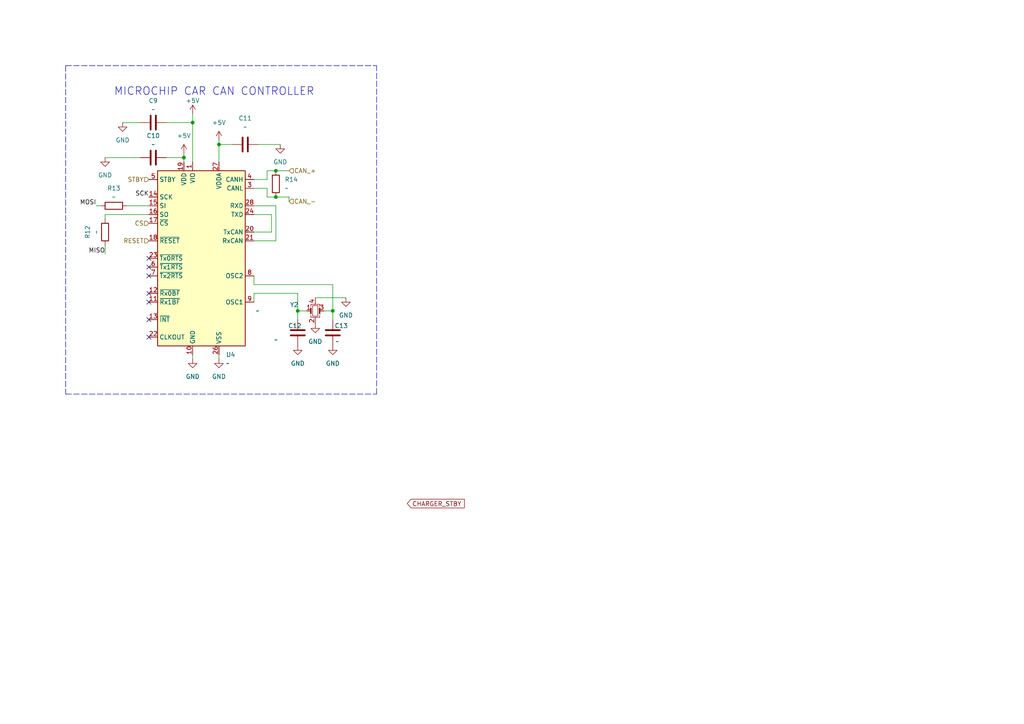
<source format=kicad_sch>
(kicad_sch (version 20211123) (generator eeschema)
  (paper "A4")
  (lib_symbols
    (symbol "formula:C_0.1uF" (pin_numbers hide) (pin_names (offset 0.254))
      (property "Reference" "C" (at 0.635 2.54 0))
      (property "Value" "C_0.1uF" (at 0.635 -2.54 0))
      (symbol "C_0.1uF_0_1"
        (polyline (pts (xy -2.032 -0.762) (xy 2.032 -0.762)) (stroke (width 0.508)))
        (polyline (pts (xy -2.032 0.762) (xy 2.032 0.762)) (stroke (width 0.508)))
      )
      (symbol "C_0.1uF_1_1"
        (pin passive line (at 0 3.81 270) (length 2.794) (name "~") (number "1"))
        (pin passive line (at 0 -3.81 90) (length 2.794) (name "~") (number "2"))
      )
    )
    (symbol "formula:C_30pF" (pin_numbers hide) (pin_names (offset 0.254))
      (property "Reference" "C" (at 0.635 2.54 0))
      (property "Value" "C_30pF" (at 0.635 -2.54 0))
      (symbol "C_30pF_0_1"
        (polyline (pts (xy -2.032 -0.762) (xy 2.032 -0.762)) (stroke (width 0.508)))
        (polyline (pts (xy -2.032 0.762) (xy 2.032 0.762)) (stroke (width 0.508)))
      )
      (symbol "C_30pF_1_1"
        (pin passive line (at 0 3.81 270) (length 2.794) (name "~") (number "1"))
        (pin passive line (at 0 -3.81 90) (length 2.794) (name "~") (number "2"))
      )
    )
    (symbol "formula:Crystal_SMD" (pin_names (offset 1.016) hide)
      (property "Reference" "Y" (at 1.27 4.445 0))
      (property "Value" "Crystal_SMD" (at 1.27 2.54 0))
      (symbol "Crystal_SMD_0_1"
        (rectangle (start -0.762 -1.524) (end 0.762 1.524))
        (polyline (pts (xy -1.27 -0.762) (xy -1.27 0.762)) (stroke (width 0.381)))
        (polyline (pts (xy 1.27 -0.762) (xy 1.27 0.762)) (stroke (width 0.381)))
        (polyline (pts (xy -1.27 -1.27) (xy -1.27 -1.905) (xy 1.27 -1.905) (xy 1.27 -1.27)))
        (polyline (pts (xy -1.27 1.27) (xy -1.27 1.905) (xy 1.27 1.905) (xy 1.27 1.27)))
      )
      (symbol "Crystal_SMD_1_1"
        (pin passive line (at -2.54 0 0) (length 1.27) (name "1") (number "1"))
        (pin passive line (at 0 -3.81 90) (length 1.905) (name "2") (number "2"))
        (pin passive line (at 2.54 0 180) (length 1.27) (name "3") (number "3"))
        (pin passive line (at 0 3.81 270) (length 1.905) (name "4") (number "4"))
      )
    )
    (symbol "formula:MCP25625-x-SS"
      (property "Reference" "U" (at -11.43 26.67 0))
      (property "Value" "MCP25625-x-SS" (at 15.24 26.67 0))
      (symbol "MCP25625-x-SS_0_1"
        (rectangle (start -12.7 25.4) (end 12.7 -25.4) (stroke (width 0.254)) (fill (type background)))
      )
      (symbol "MCP25625-x-SS_1_1"
        (pin power_in line (at -2.54 27.94 270) (length 2.54) (name "VIO") (number "1"))
        (pin power_in line (at -2.54 -27.94 90) (length 2.54) (name "GND") (number "10"))
        (pin output line (at -15.24 -12.7 0) (length 2.54) (name "~{Rx1BF}") (number "11"))
        (pin output line (at -15.24 -10.16 0) (length 2.54) (name "~{Rx0BF}") (number "12"))
        (pin output line (at -15.24 -17.78 0) (length 2.54) (name "~{INT}") (number "13"))
        (pin input line (at -15.24 17.78 0) (length 2.54) (name "SCK") (number "14"))
        (pin input line (at -15.24 15.24 0) (length 2.54) (name "SI") (number "15"))
        (pin output line (at -15.24 12.7 0) (length 2.54) (name "SO") (number "16"))
        (pin input line (at -15.24 10.16 0) (length 2.54) (name "~{CS}") (number "17"))
        (pin input line (at -15.24 5.08 0) (length 2.54) (name "~{RESET}") (number "18"))
        (pin power_in line (at -5.08 27.94 270) (length 2.54) (name "VDD") (number "19"))
        (pin no_connect line (at 12.7 -15.24 180) (length 2.54) hide (name "NC") (number "2"))
        (pin output line (at 15.24 7.62 180) (length 2.54) (name "TxCAN") (number "20"))
        (pin input line (at 15.24 5.08 180) (length 2.54) (name "RxCAN") (number "21"))
        (pin output line (at -15.24 -22.86 0) (length 2.54) (name "CLKOUT") (number "22"))
        (pin input line (at -15.24 0 0) (length 2.54) (name "~{Tx0RTS}") (number "23"))
        (pin input line (at 15.24 12.7 180) (length 2.54) (name "TXD") (number "24"))
        (pin no_connect line (at 12.7 -17.78 180) (length 2.54) hide (name "NC") (number "25"))
        (pin power_in line (at 5.08 -27.94 90) (length 2.54) (name "VSS") (number "26"))
        (pin power_in line (at 5.08 27.94 270) (length 2.54) (name "VDDA") (number "27"))
        (pin output line (at 15.24 15.24 180) (length 2.54) (name "RXD") (number "28"))
        (pin bidirectional line (at 15.24 20.32 180) (length 2.54) (name "CANL") (number "3"))
        (pin bidirectional line (at 15.24 22.86 180) (length 2.54) (name "CANH") (number "4"))
        (pin input line (at -15.24 22.86 0) (length 2.54) (name "STBY") (number "5"))
        (pin input line (at -15.24 -2.54 0) (length 2.54) (name "~{Tx1RTS}") (number "6"))
        (pin input line (at -15.24 -5.08 0) (length 2.54) (name "~{Tx2RTS}") (number "7"))
        (pin output line (at 15.24 -5.08 180) (length 2.54) (name "OSC2") (number "8"))
        (pin input line (at 15.24 -12.7 180) (length 2.54) (name "OSC1") (number "9"))
      )
    )
    (symbol "formula:R_100" (pin_numbers hide) (pin_names (offset 0))
      (property "Reference" "R" (at 2.032 0 90))
      (property "Value" "R_100" (at -2.54 0 90))
      (symbol "R_100_0_1"
        (rectangle (start -1.016 -2.54) (end 1.016 2.54) (stroke (width 0.254)))
      )
      (symbol "R_100_1_1"
        (pin passive line (at 0 3.81 270) (length 1.27) (name "~") (number "1"))
        (pin passive line (at 0 -3.81 90) (length 1.27) (name "~") (number "2"))
      )
    )
    (symbol "formula:R_120" (pin_numbers hide) (pin_names (offset 0))
      (property "Reference" "R" (at 2.032 0 90))
      (property "Value" "R_120" (at -2.54 0 90))
      (symbol "R_120_0_1"
        (rectangle (start -1.016 -2.54) (end 1.016 2.54) (stroke (width 0.254)))
      )
      (symbol "R_120_1_1"
        (pin passive line (at 0 3.81 270) (length 1.27) (name "~") (number "1"))
        (pin passive line (at 0 -3.81 90) (length 1.27) (name "~") (number "2"))
      )
    )
    (symbol "power:+5V" (power) (pin_names (offset 0))
      (property "Value" "+5V" (at 0 3.556 0))
      (symbol "+5V_0_1"
        (polyline (pts (xy -0.762 1.27) (xy 0 2.54)))
        (polyline (pts (xy 0 0) (xy 0 2.54)))
        (polyline (pts (xy 0 2.54) (xy 0.762 1.27)))
      )
      (symbol "+5V_1_1"
        (pin power_in line (at 0 0 90) (length 0) hide (name "+5V") (number "1"))
      )
    )
    (symbol "power:GND" (power) (pin_names (offset 0))
      (property "Value" "GND" (at 0 -3.81 0))
      (symbol "GND_0_1"
        (polyline (pts (xy 0 0) (xy 0 -1.27) (xy 1.27 -1.27) (xy 0 -2.54) (xy -1.27 -1.27) (xy 0 -1.27)))
      )
      (symbol "GND_1_1"
        (pin power_in line (at 0 0 270) (length 0) hide (name "GND") (number "1"))
      )
    )
  )
  (junction (at 80.01 49.53))
  (junction (at 53.34 45.72))
  (junction (at 86.36 90.17))
  (junction (at 96.52 90.17))
  (junction (at 80.01 57.15))
  (junction (at 63.5 41.91))
  (junction (at 55.88 35.56))
  (no_connect (at 43.18 92.71))
  (no_connect (at 43.18 87.63))
  (no_connect (at 43.18 74.93))
  (no_connect (at 43.18 80.01))
  (no_connect (at 43.18 97.79))
  (no_connect (at 43.18 85.09))
  (no_connect (at 43.18 77.47))
  (wire (pts (xy 43.18 62.23) (xy 30.48 62.23)))
  (wire (pts (xy 63.5 102.87) (xy 63.5 104.14)))
  (wire (pts (xy 73.66 82.55) (xy 96.52 82.55)))
  (wire (pts (xy 93.98 90.17) (xy 96.52 90.17)))
  (wire (pts (xy 77.47 54.61) (xy 77.47 57.15)))
  (polyline (pts (xy 109.22 114.3) (xy 109.22 19.05)))
  (wire (pts (xy 73.66 82.55) (xy 73.66 80.01)))
  (wire (pts (xy 30.48 62.23) (xy 30.48 63.5)))
  (wire (pts (xy 80.01 69.85) (xy 80.01 59.69)))
  (wire (pts (xy 96.52 82.55) (xy 96.52 90.17)))
  (wire (pts (xy 30.48 45.72) (xy 40.64 45.72)))
  (wire (pts (xy 80.01 57.15) (xy 83.82 57.15)))
  (wire (pts (xy 73.66 52.07) (xy 77.47 52.07)))
  (wire (pts (xy 53.34 44.45) (xy 53.34 45.72)))
  (wire (pts (xy 35.56 35.56) (xy 40.64 35.56)))
  (wire (pts (xy 74.93 41.91) (xy 81.28 41.91)))
  (wire (pts (xy 55.88 33.02) (xy 55.88 35.56)))
  (wire (pts (xy 96.52 90.17) (xy 96.52 92.71)))
  (wire (pts (xy 73.66 54.61) (xy 77.47 54.61)))
  (wire (pts (xy 77.47 57.15) (xy 80.01 57.15)))
  (wire (pts (xy 86.36 92.71) (xy 86.36 90.17)))
  (wire (pts (xy 63.5 40.64) (xy 63.5 41.91)))
  (wire (pts (xy 86.36 85.09) (xy 73.66 85.09)))
  (polyline (pts (xy 19.05 114.3) (xy 109.22 114.3)))
  (wire (pts (xy 55.88 102.87) (xy 55.88 104.14)))
  (wire (pts (xy 80.01 49.53) (xy 83.82 49.53)))
  (wire (pts (xy 63.5 41.91) (xy 67.31 41.91)))
  (wire (pts (xy 91.44 86.36) (xy 100.33 86.36)))
  (wire (pts (xy 73.66 69.85) (xy 80.01 69.85)))
  (polyline (pts (xy 19.05 19.05) (xy 109.22 19.05)))
  (wire (pts (xy 53.34 45.72) (xy 48.26 45.72)))
  (wire (pts (xy 77.47 49.53) (xy 80.01 49.53)))
  (wire (pts (xy 27.94 59.69) (xy 29.21 59.69)))
  (wire (pts (xy 78.74 67.31) (xy 73.66 67.31)))
  (wire (pts (xy 73.66 85.09) (xy 73.66 87.63)))
  (wire (pts (xy 80.01 59.69) (xy 73.66 59.69)))
  (wire (pts (xy 86.36 90.17) (xy 86.36 85.09)))
  (wire (pts (xy 30.48 71.12) (xy 30.48 73.66)))
  (polyline (pts (xy 19.05 19.05) (xy 19.05 114.3)))
  (wire (pts (xy 86.36 90.17) (xy 88.9 90.17)))
  (wire (pts (xy 48.26 35.56) (xy 55.88 35.56)))
  (wire (pts (xy 78.74 62.23) (xy 78.74 67.31)))
  (wire (pts (xy 63.5 41.91) (xy 63.5 46.99)))
  (wire (pts (xy 73.66 62.23) (xy 78.74 62.23)))
  (wire (pts (xy 53.34 45.72) (xy 53.34 46.99)))
  (wire (pts (xy 77.47 52.07) (xy 77.47 49.53)))
  (wire (pts (xy 36.83 59.69) (xy 43.18 59.69)))
  (wire (pts (xy 83.82 57.15) (xy 83.82 58.42)))
  (wire (pts (xy 55.88 35.56) (xy 55.88 46.99)))
  (text "MICROCHIP CAR CAN CONTROLLER" (at 33.02 27.94 0) (effects (font (size 2.2606 2.2606)) (justify left bottom)))
  (label "SCK" (at 43.18 57.15 180))
  (label "MISO" (at 30.48 73.66 180))
  (label "MOSI" (at 27.94 59.69 180))
  (global_label "CHARGER_STBY" (shape input) (at 118.11 146.05 0) (property "Intersheet References" "${INTERSHEET_REFS}" (effects hide)))
  (hierarchical_label "CAN_+" (shape input) (at 83.82 49.53 0))
  (hierarchical_label "RESET" (shape input) (at 43.18 69.85 180))
  (hierarchical_label "CAN_-" (shape input) (at 83.82 58.42 0))
  (hierarchical_label "STBY" (shape input) (at 43.18 52.07 180))
  (hierarchical_label "CS" (shape input) (at 43.18 64.77 180))
  (symbol (lib_id "formula:MCP25625-x-SS") (at 58.42 74.93 0) (unit 1)
    (property "Reference" "U4" (at 65.5194 102.87 0) (effects (justify left)))
    (property "Value" "~" (at 65.5194 105.41 0) (effects (justify left)))
    (property "Datasheet" "http://ww1.microchip.com/downloads/en/DeviceDoc/20005282B.pdf" (effects hide))
    (property "MFN" "DK" (effects hide))
    (property "MPN" "MCP25625-E/SS-ND" (effects hide))
    (property "PurchasingLink" "https://www.digikey.com/product-detail/en/microchip-technology/MCP25625-E-SS/MCP25625-E-SS-ND/4842805" (effects hide))
  )
  (symbol (lib_id "power:GND") (at 100.33 86.36 0) (unit 1)
    (property "Reference" "#PWR?" (effects hide))
    (property "Value" "GND" (at 100.33 91.44 0))
  )
  (symbol (lib_id "formula:C_30pF") (at 86.36 96.52 0) (unit 1)
    (property "Reference" "C12" (at 83.566 94.488 0) (effects (justify left)))
    (property "Value" "~" (at 79.502 98.552 0) (effects (justify left)))
    (property "Datasheet" "https://media.digikey.com/pdf/Data%20Sheets/Samsung%20PDFs/CL_Series_MLCC_ds.pdf" (effects hide))
    (property "MFN" "DK" (effects hide))
    (property "MPN" "1276-1130-1-ND" (effects hide))
    (property "PurchasingLink" "https://www.digikey.com/product-detail/en/samsung-electro-mechanics-america-inc/CL21C300JBANNNC/1276-1130-1-ND/3889216" (effects hide))
  )
  (symbol (lib_id "formula:C_30pF") (at 96.52 96.52 0) (unit 1)
    (property "Reference" "C13" (at 97.028 94.488 0) (effects (justify left)))
    (property "Value" "~" (at 97.282 99.06 0) (effects (justify left)))
    (property "Datasheet" "https://media.digikey.com/pdf/Data%20Sheets/Samsung%20PDFs/CL_Series_MLCC_ds.pdf" (effects hide))
    (property "MFN" "DK" (effects hide))
    (property "MPN" "1276-1130-1-ND" (effects hide))
    (property "PurchasingLink" "https://www.digikey.com/product-detail/en/samsung-electro-mechanics-america-inc/CL21C300JBANNNC/1276-1130-1-ND/3889216" (effects hide))
  )
  (symbol (lib_id "formula:R_100") (at 33.02 59.69 90) (unit 1)
    (property "Reference" "R13" (at 33.02 54.61 90))
    (property "Value" "~" (at 33.02 57.15 90))
    (property "Datasheet" "https://www.seielect.com/Catalog/SEI-rncp.pdf" (effects hide))
    (property "MFN" "DK" (effects hide))
    (property "MPN" "RNCP0805FTD100RCT-ND" (effects hide))
    (property "PurchasingLink" "https://www.digikey.com/products/en?keywords=RNCP0805FTD100RCT-ND" (effects hide))
  )
  (symbol (lib_id "power:GND") (at 35.56 35.56 0) (unit 1)
    (property "Reference" "#PWR?" (effects hide))
    (property "Value" "GND" (at 35.56 40.64 0))
  )
  (symbol (lib_id "power:+5V") (at 63.5 40.64 0) (unit 1)
    (property "Reference" "#PWR?" (effects hide))
    (property "Value" "+5V" (at 63.5 35.56 0))
  )
  (symbol (lib_id "power:GND") (at 91.44 93.98 0) (unit 1)
    (property "Reference" "#PWR?" (effects hide))
    (property "Value" "GND" (at 91.44 99.06 0))
  )
  (symbol (lib_id "formula:R_100") (at 30.48 67.31 180) (unit 1)
    (property "Reference" "R12" (at 25.4 67.31 90))
    (property "Value" "~" (at 27.94 67.31 90))
    (property "Datasheet" "https://www.seielect.com/Catalog/SEI-rncp.pdf" (effects hide))
    (property "MFN" "DK" (effects hide))
    (property "MPN" "RNCP0805FTD100RCT-ND" (effects hide))
    (property "PurchasingLink" "https://www.digikey.com/products/en?keywords=RNCP0805FTD100RCT-ND" (effects hide))
  )
  (symbol (lib_id "formula:R_120") (at 80.01 53.34 0) (unit 1)
    (property "Reference" "R14" (at 82.55 52.0699 0) (effects (justify left)))
    (property "Value" "~" (at 82.55 54.6099 0) (effects (justify left)))
    (property "Datasheet" "https://www.mouser.com/datasheet/2/315/AOA0000C304-1149620.pdf" (effects hide))
    (property "MFN" "DK" (effects hide))
    (property "MPN" "667-ERJ-6ENF1200V" (effects hide))
    (property "PurchasingLink" "https://www.mouser.com/ProductDetail/Panasonic-Industrial-Devices/ERJ-6ENF1200V?qs=sGAEpiMZZMvdGkrng054t8AJgcdMkx7x%252bFQnctTMUmU%3d" (effects hide))
  )
  (symbol (lib_id "power:+5V") (at 53.34 44.45 0) (unit 1)
    (property "Reference" "#PWR?" (effects hide))
    (property "Value" "+5V" (at 53.34 39.37 0))
  )
  (symbol (lib_id "power:GND") (at 86.36 100.33 0) (unit 1)
    (property "Reference" "#PWR?" (effects hide))
    (property "Value" "GND" (at 86.36 105.41 0))
  )
  (symbol (lib_id "power:GND") (at 63.5 104.14 0) (unit 1)
    (property "Reference" "#PWR?" (effects hide))
    (property "Value" "GND" (at 63.5 109.22 0))
  )
  (symbol (lib_id "formula:Crystal_SMD") (at 91.44 90.17 0) (unit 1)
    (property "Reference" "Y2" (at 84.074 88.392 0) (effects (justify left)))
    (property "Value" "~" (at 74.168 90.17 0) (effects (justify left)))
    (property "Datasheet" "http://www.txccorp.com/download/products/quartz_crystals/2015TXC_7M_17.pdf" (effects hide))
    (property "MFN" "DK" (effects hide))
    (property "MPN" "887-1125-1-ND" (effects hide))
    (property "PurchasingLink" "https://www.digikey.com/product-detail/en/txc-corporation/7M-16.000MAAJ-T/887-1125-1-ND/2119014" (effects hide))
  )
  (symbol (lib_id "formula:C_0.1uF") (at 44.45 45.72 270) (unit 1)
    (property "Reference" "C10" (at 44.45 39.37 90))
    (property "Value" "~" (at 44.45 41.91 90))
    (property "Datasheet" "http://datasheets.avx.com/X7RDielectric.pdf" (effects hide))
    (property "MFN" "DK" (effects hide))
    (property "MPN" "478-3352-1-ND" (effects hide))
    (property "PurchasingLink" "https://www.digikey.com/products/en?keywords=478-3352-1-ND" (effects hide))
  )
  (symbol (lib_id "formula:C_0.1uF") (at 44.45 35.56 270) (unit 1)
    (property "Reference" "C9" (at 44.45 29.21 90))
    (property "Value" "~" (at 44.45 31.75 90))
    (property "Datasheet" "http://datasheets.avx.com/X7RDielectric.pdf" (effects hide))
    (property "MFN" "DK" (effects hide))
    (property "MPN" "478-3352-1-ND" (effects hide))
    (property "PurchasingLink" "https://www.digikey.com/products/en?keywords=478-3352-1-ND" (effects hide))
  )
  (symbol (lib_id "power:+5V") (at 55.88 33.02 0) (unit 1)
    (property "Reference" "#PWR?" (effects hide))
    (property "Value" "+5V" (at 55.88 29.21 0))
  )
  (symbol (lib_id "power:GND") (at 81.28 41.91 0) (unit 1)
    (property "Reference" "#PWR?" (effects hide))
    (property "Value" "GND" (at 81.28 46.99 0))
  )
  (symbol (lib_id "power:GND") (at 55.88 104.14 0) (unit 1)
    (property "Reference" "#PWR?" (effects hide))
    (property "Value" "GND" (at 55.88 109.22 0))
  )
  (symbol (lib_id "power:GND") (at 30.48 45.72 0) (unit 1)
    (property "Reference" "#PWR?" (effects hide))
    (property "Value" "GND" (at 30.48 50.8 0))
  )
  (symbol (lib_id "formula:C_0.1uF") (at 71.12 41.91 270) (unit 1)
    (property "Reference" "C11" (at 71.12 34.29 90))
    (property "Value" "~" (at 71.12 36.83 90))
    (property "Datasheet" "http://datasheets.avx.com/X7RDielectric.pdf" (effects hide))
    (property "MFN" "DK" (effects hide))
    (property "MPN" "478-3352-1-ND" (effects hide))
    (property "PurchasingLink" "https://www.digikey.com/products/en?keywords=478-3352-1-ND" (effects hide))
  )
  (symbol (lib_id "power:GND") (at 96.52 100.33 0) (unit 1)
    (property "Reference" "#PWR?" (effects hide))
    (property "Value" "GND" (at 96.52 105.41 0))
  )
)
</source>
